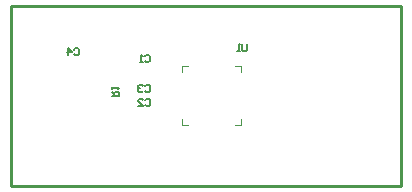
<source format=gbr>
G04 Layer_Color=32896*
%FSLAX44Y44*%
%MOMM*%
G71*
G01*
G75*
%ADD11C,0.2500*%
%ADD35C,0.1000*%
%ADD36C,0.1500*%
D11*
X1270Y215900D02*
Y368300D01*
X331470D01*
Y215900D02*
Y368300D01*
X1270Y215900D02*
X331470D01*
D35*
X146050Y267500D02*
Y272500D01*
Y312500D02*
Y317500D01*
Y267500D02*
X151050D01*
X191050D02*
X196050D01*
Y312500D02*
Y317500D01*
X191050D02*
X196050D01*
X146050D02*
X151050D01*
X196050Y267500D02*
Y272500D01*
D36*
X200660Y336198D02*
Y331200D01*
X199660Y330200D01*
X197661D01*
X196661Y331200D01*
Y336198D01*
X194662Y330200D02*
X192663D01*
X193662D01*
Y336198D01*
X194662Y335198D01*
X86510Y291840D02*
X92508D01*
Y294839D01*
X91508Y295839D01*
X89509D01*
X88509Y294839D01*
Y291840D01*
Y293839D02*
X86510Y295839D01*
Y297838D02*
Y299837D01*
Y298838D01*
X92508D01*
X91508Y297838D01*
X114365Y325800D02*
X115365Y326800D01*
X117364D01*
X118364Y325800D01*
Y321802D01*
X117364Y320802D01*
X115365D01*
X114365Y321802D01*
X112366Y320802D02*
X110367D01*
X111366D01*
Y326800D01*
X112366Y325800D01*
X54421Y331388D02*
X55421Y332388D01*
X57420D01*
X58420Y331388D01*
Y327390D01*
X57420Y326390D01*
X55421D01*
X54421Y327390D01*
X49423Y326390D02*
Y332388D01*
X52422Y329389D01*
X48423D01*
X114619Y300654D02*
X115619Y301654D01*
X117618D01*
X118618Y300654D01*
Y296656D01*
X117618Y295656D01*
X115619D01*
X114619Y296656D01*
X112620Y300654D02*
X111620Y301654D01*
X109621D01*
X108621Y300654D01*
Y299655D01*
X109621Y298655D01*
X110621D01*
X109621D01*
X108621Y297655D01*
Y296656D01*
X109621Y295656D01*
X111620D01*
X112620Y296656D01*
X114873Y288462D02*
X115873Y289462D01*
X117872D01*
X118872Y288462D01*
Y284464D01*
X117872Y283464D01*
X115873D01*
X114873Y284464D01*
X108875Y283464D02*
X112874D01*
X108875Y287463D01*
Y288462D01*
X109875Y289462D01*
X111874D01*
X112874Y288462D01*
M02*

</source>
